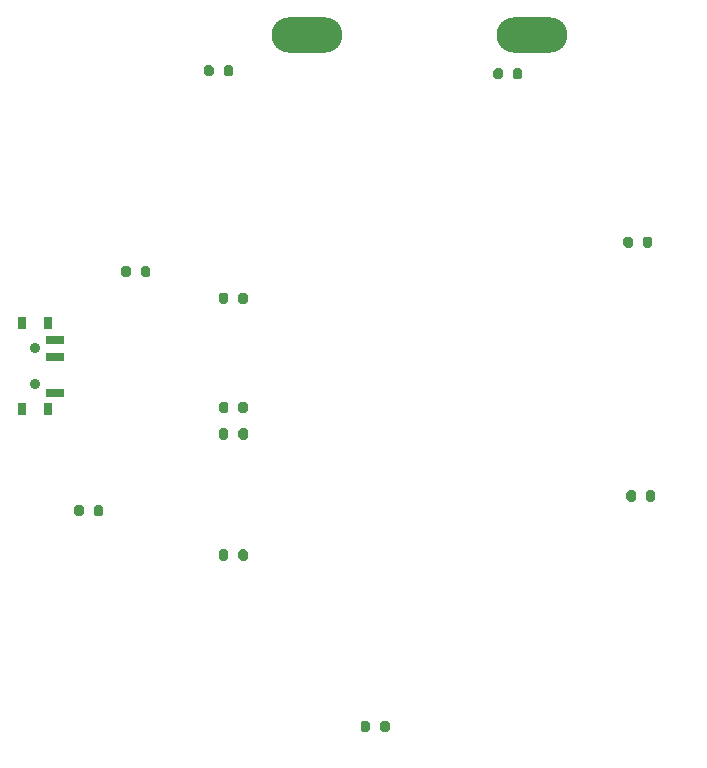
<source format=gbr>
%TF.GenerationSoftware,KiCad,Pcbnew,(5.1.10)-1*%
%TF.CreationDate,2021-12-02T14:29:14+01:00*%
%TF.ProjectId,TVZ_kuglica,54565a5f-6b75-4676-9c69-63612e6b6963,rev?*%
%TF.SameCoordinates,Original*%
%TF.FileFunction,Soldermask,Bot*%
%TF.FilePolarity,Negative*%
%FSLAX46Y46*%
G04 Gerber Fmt 4.6, Leading zero omitted, Abs format (unit mm)*
G04 Created by KiCad (PCBNEW (5.1.10)-1) date 2021-12-02 14:29:14*
%MOMM*%
%LPD*%
G01*
G04 APERTURE LIST*
%ADD10C,0.900000*%
%ADD11R,1.500000X0.700000*%
%ADD12R,0.800000X1.000000*%
%ADD13O,6.000000X3.000000*%
G04 APERTURE END LIST*
D10*
%TO.C,SW1*%
X104170000Y-101250000D03*
X104170000Y-98250000D03*
D11*
X105930000Y-102000000D03*
X105930000Y-99000000D03*
X105930000Y-97500000D03*
D12*
X103070000Y-103400000D03*
X103070000Y-96100000D03*
X105280000Y-96100000D03*
X105280000Y-103400000D03*
%TD*%
D13*
%TO.C,BT1*%
X127250000Y-71750000D03*
X146250000Y-71750000D03*
%TD*%
%TO.C,R1*%
G36*
G01*
X111525000Y-92025000D02*
X111525000Y-91475000D01*
G75*
G02*
X111725000Y-91275000I200000J0D01*
G01*
X112125000Y-91275000D01*
G75*
G02*
X112325000Y-91475000I0J-200000D01*
G01*
X112325000Y-92025000D01*
G75*
G02*
X112125000Y-92225000I-200000J0D01*
G01*
X111725000Y-92225000D01*
G75*
G02*
X111525000Y-92025000I0J200000D01*
G01*
G37*
G36*
G01*
X113175000Y-92025000D02*
X113175000Y-91475000D01*
G75*
G02*
X113375000Y-91275000I200000J0D01*
G01*
X113775000Y-91275000D01*
G75*
G02*
X113975000Y-91475000I0J-200000D01*
G01*
X113975000Y-92025000D01*
G75*
G02*
X113775000Y-92225000I-200000J0D01*
G01*
X113375000Y-92225000D01*
G75*
G02*
X113175000Y-92025000I0J200000D01*
G01*
G37*
%TD*%
%TO.C,R2*%
G36*
G01*
X120175000Y-75025000D02*
X120175000Y-74475000D01*
G75*
G02*
X120375000Y-74275000I200000J0D01*
G01*
X120775000Y-74275000D01*
G75*
G02*
X120975000Y-74475000I0J-200000D01*
G01*
X120975000Y-75025000D01*
G75*
G02*
X120775000Y-75225000I-200000J0D01*
G01*
X120375000Y-75225000D01*
G75*
G02*
X120175000Y-75025000I0J200000D01*
G01*
G37*
G36*
G01*
X118525000Y-75025000D02*
X118525000Y-74475000D01*
G75*
G02*
X118725000Y-74275000I200000J0D01*
G01*
X119125000Y-74275000D01*
G75*
G02*
X119325000Y-74475000I0J-200000D01*
G01*
X119325000Y-75025000D01*
G75*
G02*
X119125000Y-75225000I-200000J0D01*
G01*
X118725000Y-75225000D01*
G75*
G02*
X118525000Y-75025000I0J200000D01*
G01*
G37*
%TD*%
%TO.C,R3*%
G36*
G01*
X143025000Y-75275000D02*
X143025000Y-74725000D01*
G75*
G02*
X143225000Y-74525000I200000J0D01*
G01*
X143625000Y-74525000D01*
G75*
G02*
X143825000Y-74725000I0J-200000D01*
G01*
X143825000Y-75275000D01*
G75*
G02*
X143625000Y-75475000I-200000J0D01*
G01*
X143225000Y-75475000D01*
G75*
G02*
X143025000Y-75275000I0J200000D01*
G01*
G37*
G36*
G01*
X144675000Y-75275000D02*
X144675000Y-74725000D01*
G75*
G02*
X144875000Y-74525000I200000J0D01*
G01*
X145275000Y-74525000D01*
G75*
G02*
X145475000Y-74725000I0J-200000D01*
G01*
X145475000Y-75275000D01*
G75*
G02*
X145275000Y-75475000I-200000J0D01*
G01*
X144875000Y-75475000D01*
G75*
G02*
X144675000Y-75275000I0J200000D01*
G01*
G37*
%TD*%
%TO.C,R4*%
G36*
G01*
X121425000Y-103525000D02*
X121425000Y-102975000D01*
G75*
G02*
X121625000Y-102775000I200000J0D01*
G01*
X122025000Y-102775000D01*
G75*
G02*
X122225000Y-102975000I0J-200000D01*
G01*
X122225000Y-103525000D01*
G75*
G02*
X122025000Y-103725000I-200000J0D01*
G01*
X121625000Y-103725000D01*
G75*
G02*
X121425000Y-103525000I0J200000D01*
G01*
G37*
G36*
G01*
X119775000Y-103525000D02*
X119775000Y-102975000D01*
G75*
G02*
X119975000Y-102775000I200000J0D01*
G01*
X120375000Y-102775000D01*
G75*
G02*
X120575000Y-102975000I0J-200000D01*
G01*
X120575000Y-103525000D01*
G75*
G02*
X120375000Y-103725000I-200000J0D01*
G01*
X119975000Y-103725000D01*
G75*
G02*
X119775000Y-103525000I0J200000D01*
G01*
G37*
%TD*%
%TO.C,R5*%
G36*
G01*
X107525000Y-112275000D02*
X107525000Y-111725000D01*
G75*
G02*
X107725000Y-111525000I200000J0D01*
G01*
X108125000Y-111525000D01*
G75*
G02*
X108325000Y-111725000I0J-200000D01*
G01*
X108325000Y-112275000D01*
G75*
G02*
X108125000Y-112475000I-200000J0D01*
G01*
X107725000Y-112475000D01*
G75*
G02*
X107525000Y-112275000I0J200000D01*
G01*
G37*
G36*
G01*
X109175000Y-112275000D02*
X109175000Y-111725000D01*
G75*
G02*
X109375000Y-111525000I200000J0D01*
G01*
X109775000Y-111525000D01*
G75*
G02*
X109975000Y-111725000I0J-200000D01*
G01*
X109975000Y-112275000D01*
G75*
G02*
X109775000Y-112475000I-200000J0D01*
G01*
X109375000Y-112475000D01*
G75*
G02*
X109175000Y-112275000I0J200000D01*
G01*
G37*
%TD*%
%TO.C,R6*%
G36*
G01*
X121425000Y-116025000D02*
X121425000Y-115475000D01*
G75*
G02*
X121625000Y-115275000I200000J0D01*
G01*
X122025000Y-115275000D01*
G75*
G02*
X122225000Y-115475000I0J-200000D01*
G01*
X122225000Y-116025000D01*
G75*
G02*
X122025000Y-116225000I-200000J0D01*
G01*
X121625000Y-116225000D01*
G75*
G02*
X121425000Y-116025000I0J200000D01*
G01*
G37*
G36*
G01*
X119775000Y-116025000D02*
X119775000Y-115475000D01*
G75*
G02*
X119975000Y-115275000I200000J0D01*
G01*
X120375000Y-115275000D01*
G75*
G02*
X120575000Y-115475000I0J-200000D01*
G01*
X120575000Y-116025000D01*
G75*
G02*
X120375000Y-116225000I-200000J0D01*
G01*
X119975000Y-116225000D01*
G75*
G02*
X119775000Y-116025000I0J200000D01*
G01*
G37*
%TD*%
%TO.C,R7*%
G36*
G01*
X131775000Y-130525000D02*
X131775000Y-129975000D01*
G75*
G02*
X131975000Y-129775000I200000J0D01*
G01*
X132375000Y-129775000D01*
G75*
G02*
X132575000Y-129975000I0J-200000D01*
G01*
X132575000Y-130525000D01*
G75*
G02*
X132375000Y-130725000I-200000J0D01*
G01*
X131975000Y-130725000D01*
G75*
G02*
X131775000Y-130525000I0J200000D01*
G01*
G37*
G36*
G01*
X133425000Y-130525000D02*
X133425000Y-129975000D01*
G75*
G02*
X133625000Y-129775000I200000J0D01*
G01*
X134025000Y-129775000D01*
G75*
G02*
X134225000Y-129975000I0J-200000D01*
G01*
X134225000Y-130525000D01*
G75*
G02*
X134025000Y-130725000I-200000J0D01*
G01*
X133625000Y-130725000D01*
G75*
G02*
X133425000Y-130525000I0J200000D01*
G01*
G37*
%TD*%
%TO.C,R8*%
G36*
G01*
X155925000Y-111025000D02*
X155925000Y-110475000D01*
G75*
G02*
X156125000Y-110275000I200000J0D01*
G01*
X156525000Y-110275000D01*
G75*
G02*
X156725000Y-110475000I0J-200000D01*
G01*
X156725000Y-111025000D01*
G75*
G02*
X156525000Y-111225000I-200000J0D01*
G01*
X156125000Y-111225000D01*
G75*
G02*
X155925000Y-111025000I0J200000D01*
G01*
G37*
G36*
G01*
X154275000Y-111025000D02*
X154275000Y-110475000D01*
G75*
G02*
X154475000Y-110275000I200000J0D01*
G01*
X154875000Y-110275000D01*
G75*
G02*
X155075000Y-110475000I0J-200000D01*
G01*
X155075000Y-111025000D01*
G75*
G02*
X154875000Y-111225000I-200000J0D01*
G01*
X154475000Y-111225000D01*
G75*
G02*
X154275000Y-111025000I0J200000D01*
G01*
G37*
%TD*%
%TO.C,R9*%
G36*
G01*
X154025000Y-89525000D02*
X154025000Y-88975000D01*
G75*
G02*
X154225000Y-88775000I200000J0D01*
G01*
X154625000Y-88775000D01*
G75*
G02*
X154825000Y-88975000I0J-200000D01*
G01*
X154825000Y-89525000D01*
G75*
G02*
X154625000Y-89725000I-200000J0D01*
G01*
X154225000Y-89725000D01*
G75*
G02*
X154025000Y-89525000I0J200000D01*
G01*
G37*
G36*
G01*
X155675000Y-89525000D02*
X155675000Y-88975000D01*
G75*
G02*
X155875000Y-88775000I200000J0D01*
G01*
X156275000Y-88775000D01*
G75*
G02*
X156475000Y-88975000I0J-200000D01*
G01*
X156475000Y-89525000D01*
G75*
G02*
X156275000Y-89725000I-200000J0D01*
G01*
X155875000Y-89725000D01*
G75*
G02*
X155675000Y-89525000I0J200000D01*
G01*
G37*
%TD*%
%TO.C,R10*%
G36*
G01*
X121425000Y-105775000D02*
X121425000Y-105225000D01*
G75*
G02*
X121625000Y-105025000I200000J0D01*
G01*
X122025000Y-105025000D01*
G75*
G02*
X122225000Y-105225000I0J-200000D01*
G01*
X122225000Y-105775000D01*
G75*
G02*
X122025000Y-105975000I-200000J0D01*
G01*
X121625000Y-105975000D01*
G75*
G02*
X121425000Y-105775000I0J200000D01*
G01*
G37*
G36*
G01*
X119775000Y-105775000D02*
X119775000Y-105225000D01*
G75*
G02*
X119975000Y-105025000I200000J0D01*
G01*
X120375000Y-105025000D01*
G75*
G02*
X120575000Y-105225000I0J-200000D01*
G01*
X120575000Y-105775000D01*
G75*
G02*
X120375000Y-105975000I-200000J0D01*
G01*
X119975000Y-105975000D01*
G75*
G02*
X119775000Y-105775000I0J200000D01*
G01*
G37*
%TD*%
%TO.C,R11*%
G36*
G01*
X119775000Y-94275000D02*
X119775000Y-93725000D01*
G75*
G02*
X119975000Y-93525000I200000J0D01*
G01*
X120375000Y-93525000D01*
G75*
G02*
X120575000Y-93725000I0J-200000D01*
G01*
X120575000Y-94275000D01*
G75*
G02*
X120375000Y-94475000I-200000J0D01*
G01*
X119975000Y-94475000D01*
G75*
G02*
X119775000Y-94275000I0J200000D01*
G01*
G37*
G36*
G01*
X121425000Y-94275000D02*
X121425000Y-93725000D01*
G75*
G02*
X121625000Y-93525000I200000J0D01*
G01*
X122025000Y-93525000D01*
G75*
G02*
X122225000Y-93725000I0J-200000D01*
G01*
X122225000Y-94275000D01*
G75*
G02*
X122025000Y-94475000I-200000J0D01*
G01*
X121625000Y-94475000D01*
G75*
G02*
X121425000Y-94275000I0J200000D01*
G01*
G37*
%TD*%
M02*

</source>
